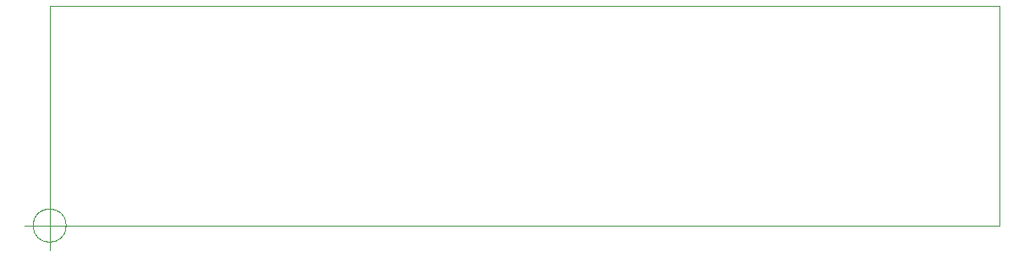
<source format=gbr>
G04 #@! TF.GenerationSoftware,KiCad,Pcbnew,(5.1.6)-1*
G04 #@! TF.CreationDate,2020-11-21T14:03:53+08:00*
G04 #@! TF.ProjectId,singlepowerbank2,73696e67-6c65-4706-9f77-657262616e6b,rev?*
G04 #@! TF.SameCoordinates,Original*
G04 #@! TF.FileFunction,Profile,NP*
%FSLAX46Y46*%
G04 Gerber Fmt 4.6, Leading zero omitted, Abs format (unit mm)*
G04 Created by KiCad (PCBNEW (5.1.6)-1) date 2020-11-21 14:03:53*
%MOMM*%
%LPD*%
G01*
G04 APERTURE LIST*
G04 #@! TA.AperFunction,Profile*
%ADD10C,0.050000*%
G04 #@! TD*
G04 APERTURE END LIST*
D10*
X62076666Y-160010000D02*
G75*
G03*
X62076666Y-160010000I-1666666J0D01*
G01*
X57910000Y-160010000D02*
X62910000Y-160010000D01*
X60410000Y-157510000D02*
X60410000Y-162510000D01*
X60400000Y-160000000D02*
X155400000Y-160000000D01*
X155400000Y-138000000D02*
X150400000Y-138000000D01*
X155400000Y-160000000D02*
X155400000Y-138000000D01*
X60400000Y-138000000D02*
X150400000Y-138000000D01*
X60400000Y-160000000D02*
X60400000Y-138000000D01*
X62066666Y-160000000D02*
G75*
G03*
X62066666Y-160000000I-1666666J0D01*
G01*
X57900000Y-160000000D02*
X62900000Y-160000000D01*
X60400000Y-157500000D02*
X60400000Y-162500000D01*
M02*

</source>
